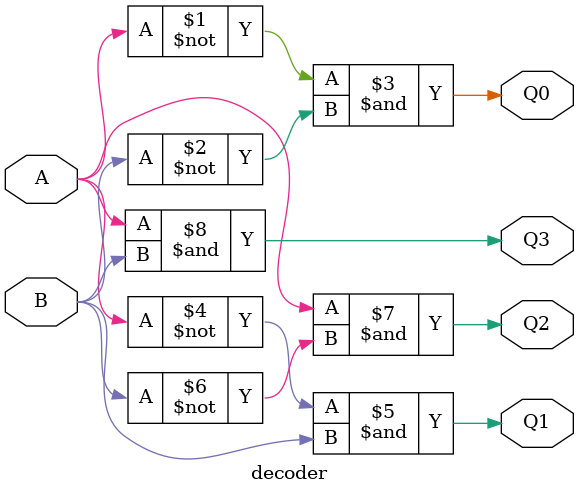
<source format=v>
module decoder(A,B,Q0,Q1,Q2,Q3);
input A,B;
output Q0,Q1,Q2,Q3;				
				
				assign Q0=~A&~B,
				       Q1=~A&B,
						 Q2=A&~B,
						 Q3=A&B;
						 
 endmodule
 
</source>
